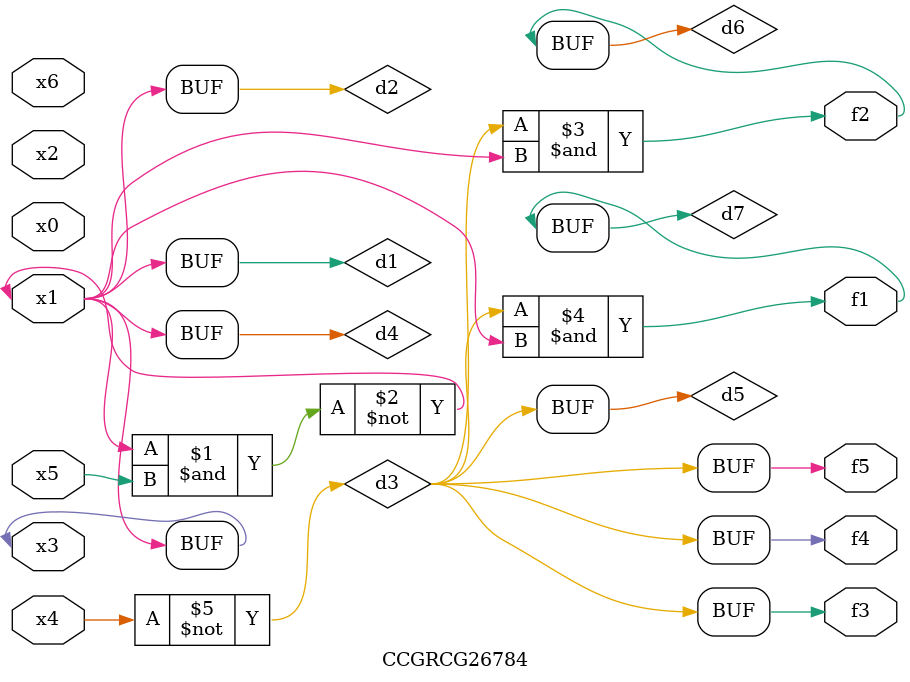
<source format=v>
module CCGRCG26784(
	input x0, x1, x2, x3, x4, x5, x6,
	output f1, f2, f3, f4, f5
);

	wire d1, d2, d3, d4, d5, d6, d7;

	buf (d1, x1, x3);
	nand (d2, x1, x5);
	not (d3, x4);
	buf (d4, d1, d2);
	buf (d5, d3);
	and (d6, d3, d4);
	and (d7, d3, d4);
	assign f1 = d7;
	assign f2 = d6;
	assign f3 = d5;
	assign f4 = d5;
	assign f5 = d5;
endmodule

</source>
